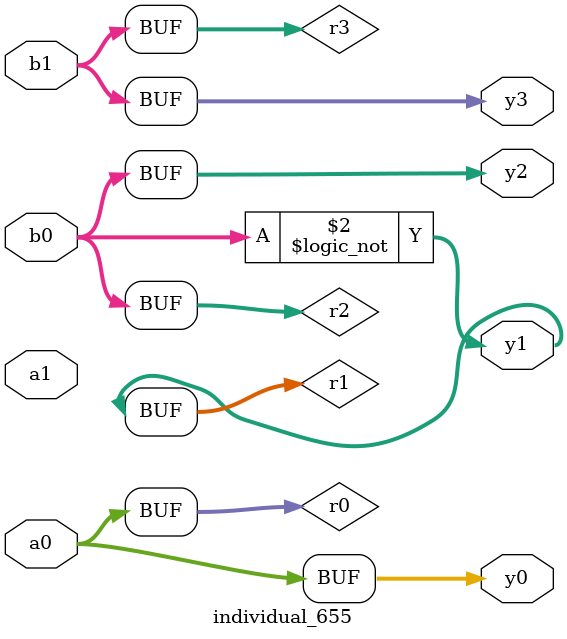
<source format=sv>
module individual_655(input logic [15:0] a1, input logic [15:0] a0, input logic [15:0] b1, input logic [15:0] b0, output logic [15:0] y3, output logic [15:0] y2, output logic [15:0] y1, output logic [15:0] y0);
logic [15:0] r0, r1, r2, r3; 
 always@(*) begin 
	 r0 = a0; r1 = a1; r2 = b0; r3 = b1; 
 	 r1 = ! b0 ;
 	 y3 = r3; y2 = r2; y1 = r1; y0 = r0; 
end
endmodule
</source>
